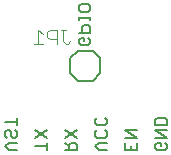
<source format=gbr>
G04 EAGLE Gerber RS-274X export*
G75*
%MOMM*%
%FSLAX34Y34*%
%LPD*%
%INSilkscreen Bottom*%
%IPPOS*%
%AMOC8*
5,1,8,0,0,1.08239X$1,22.5*%
G01*
%ADD10C,0.177800*%
%ADD11C,0.203200*%
%ADD12C,0.101600*%


D10*
X143559Y36539D02*
X145169Y34929D01*
X145169Y31709D01*
X143559Y30099D01*
X137119Y30099D01*
X135509Y31709D01*
X135509Y34929D01*
X137119Y36539D01*
X140339Y36539D01*
X140339Y33319D01*
X135509Y40624D02*
X145169Y40624D01*
X135509Y47064D01*
X145169Y47064D01*
X145169Y51148D02*
X135509Y51148D01*
X135509Y55978D01*
X137119Y57588D01*
X143559Y57588D01*
X145169Y55978D01*
X145169Y51148D01*
X68969Y30099D02*
X59309Y30099D01*
X68969Y30099D02*
X68969Y34929D01*
X67359Y36539D01*
X64139Y36539D01*
X62529Y34929D01*
X62529Y30099D01*
X62529Y33319D02*
X59309Y36539D01*
X68969Y40624D02*
X59309Y47064D01*
X59309Y40624D02*
X68969Y47064D01*
X43569Y33319D02*
X33909Y33319D01*
X43569Y30099D02*
X43569Y36539D01*
X43569Y40624D02*
X33909Y47064D01*
X33909Y40624D02*
X43569Y47064D01*
X18169Y30099D02*
X11729Y30099D01*
X8509Y33319D01*
X11729Y36539D01*
X18169Y36539D01*
X18169Y45454D02*
X16559Y47064D01*
X18169Y45454D02*
X18169Y42234D01*
X16559Y40624D01*
X14949Y40624D01*
X13339Y42234D01*
X13339Y45454D01*
X11729Y47064D01*
X10119Y47064D01*
X8509Y45454D01*
X8509Y42234D01*
X10119Y40624D01*
X8509Y54368D02*
X18169Y54368D01*
X18169Y51148D02*
X18169Y57588D01*
X119769Y36539D02*
X119769Y30099D01*
X110109Y30099D01*
X110109Y36539D01*
X114939Y33319D02*
X114939Y30099D01*
X110109Y40624D02*
X119769Y40624D01*
X110109Y47064D01*
X119769Y47064D01*
X80399Y123829D02*
X78789Y125439D01*
X80399Y123829D02*
X80399Y120609D01*
X78789Y118999D01*
X72349Y118999D01*
X70739Y120609D01*
X70739Y123829D01*
X72349Y125439D01*
X75569Y125439D01*
X75569Y122219D01*
X70739Y129524D02*
X80399Y129524D01*
X80399Y134354D01*
X78789Y135964D01*
X75569Y135964D01*
X73959Y134354D01*
X73959Y129524D01*
X70739Y140048D02*
X70739Y143268D01*
X70739Y141658D02*
X80399Y141658D01*
X80399Y140048D02*
X80399Y143268D01*
X80399Y148675D02*
X80399Y151895D01*
X80399Y148675D02*
X78789Y147065D01*
X72349Y147065D01*
X70739Y148675D01*
X70739Y151895D01*
X72349Y153505D01*
X78789Y153505D01*
X80399Y151895D01*
X87929Y30099D02*
X94369Y30099D01*
X87929Y30099D02*
X84709Y33319D01*
X87929Y36539D01*
X94369Y36539D01*
X94369Y45454D02*
X92759Y47064D01*
X94369Y45454D02*
X94369Y42234D01*
X92759Y40624D01*
X86319Y40624D01*
X84709Y42234D01*
X84709Y45454D01*
X86319Y47064D01*
X94369Y55978D02*
X92759Y57588D01*
X94369Y55978D02*
X94369Y52758D01*
X92759Y51148D01*
X86319Y51148D01*
X84709Y52758D01*
X84709Y55978D01*
X86319Y57588D01*
D11*
X63500Y107950D02*
X69850Y114300D01*
X82550Y114300D01*
X88900Y107950D01*
X88900Y95250D01*
X82550Y88900D01*
X69850Y88900D01*
X63500Y95250D01*
X63500Y107950D01*
D12*
X61805Y120396D02*
X63754Y122345D01*
X61805Y120396D02*
X59856Y120396D01*
X57907Y122345D01*
X57907Y132090D01*
X59856Y132090D02*
X55958Y132090D01*
X52060Y132090D02*
X52060Y120396D01*
X52060Y132090D02*
X46213Y132090D01*
X44264Y130141D01*
X44264Y126243D01*
X46213Y124294D01*
X52060Y124294D01*
X40366Y128192D02*
X36468Y132090D01*
X36468Y120396D01*
X40366Y120396D02*
X32570Y120396D01*
M02*

</source>
